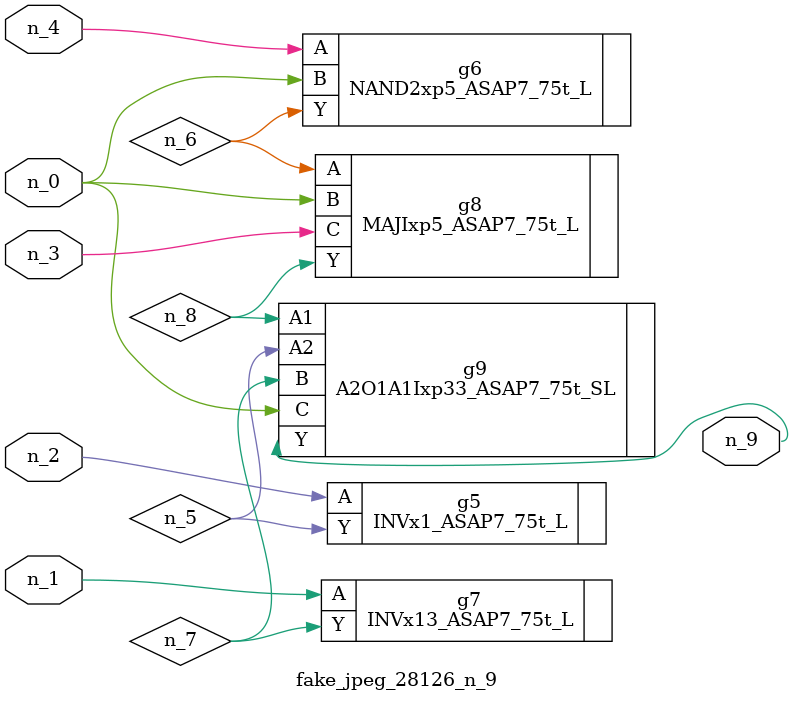
<source format=v>
module fake_jpeg_28126_n_9 (n_3, n_2, n_1, n_0, n_4, n_9);

input n_3;
input n_2;
input n_1;
input n_0;
input n_4;

output n_9;

wire n_8;
wire n_6;
wire n_5;
wire n_7;

INVx1_ASAP7_75t_L g5 ( 
.A(n_2),
.Y(n_5)
);

NAND2xp5_ASAP7_75t_L g6 ( 
.A(n_4),
.B(n_0),
.Y(n_6)
);

INVx13_ASAP7_75t_L g7 ( 
.A(n_1),
.Y(n_7)
);

MAJIxp5_ASAP7_75t_L g8 ( 
.A(n_6),
.B(n_0),
.C(n_3),
.Y(n_8)
);

A2O1A1Ixp33_ASAP7_75t_SL g9 ( 
.A1(n_8),
.A2(n_5),
.B(n_7),
.C(n_0),
.Y(n_9)
);


endmodule
</source>
